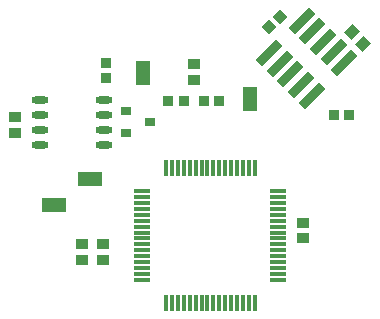
<source format=gbr>
%TF.GenerationSoftware,Altium Limited,Altium Designer,18.1.9 (240)*%
G04 Layer_Color=8421504*
%FSLAX26Y26*%
%MOIN*%
%TF.FileFunction,Paste,Top*%
%TF.Part,Single*%
G01*
G75*
%TA.AperFunction,SMDPad,CuDef*%
G04:AMPARAMS|DCode=10|XSize=37.402mil|YSize=33.465mil|CornerRadius=0mil|HoleSize=0mil|Usage=FLASHONLY|Rotation=135.000|XOffset=0mil|YOffset=0mil|HoleType=Round|Shape=Rectangle|*
%AMROTATEDRECTD10*
4,1,4,0.025055,-0.001392,0.001392,-0.025055,-0.025055,0.001392,-0.001392,0.025055,0.025055,-0.001392,0.0*
%
%ADD10ROTATEDRECTD10*%

%TA.AperFunction,ConnectorPad*%
G04:AMPARAMS|DCode=11|XSize=39.37mil|YSize=35.433mil|CornerRadius=0mil|HoleSize=0mil|Usage=FLASHONLY|Rotation=45.000|XOffset=0mil|YOffset=0mil|HoleType=Round|Shape=Rectangle|*
%AMROTATEDRECTD11*
4,1,4,-0.001392,-0.026447,-0.026447,-0.001392,0.001392,0.026447,0.026447,0.001392,-0.001392,-0.026447,0.0*
%
%ADD11ROTATEDRECTD11*%

%TA.AperFunction,SMDPad,CuDef*%
%ADD12R,0.033465X0.037402*%
%ADD13R,0.045276X0.080709*%
G04:AMPARAMS|DCode=14|XSize=29.921mil|YSize=94.488mil|CornerRadius=0mil|HoleSize=0mil|Usage=FLASHONLY|Rotation=135.000|XOffset=0mil|YOffset=0mil|HoleType=Round|Shape=Rectangle|*
%AMROTATEDRECTD14*
4,1,4,0.043985,0.022828,-0.022828,-0.043985,-0.043985,-0.022828,0.022828,0.043985,0.043985,0.022828,0.0*
%
%ADD14ROTATEDRECTD14*%

%ADD15R,0.039370X0.035433*%
%ADD16R,0.011811X0.053150*%
%ADD17R,0.053150X0.011811*%
%ADD18R,0.080709X0.045276*%
%ADD19R,0.035433X0.031496*%
%ADD20R,0.037402X0.033465*%
%ADD21O,0.057087X0.023622*%
D10*
X958083Y1748717D02*
D03*
X921892Y1712527D02*
D03*
D11*
X1197744Y1695957D02*
D03*
X1235327Y1658374D02*
D03*
D12*
X1188976Y1419370D02*
D03*
X1137795D02*
D03*
X703346Y1466417D02*
D03*
X754528D02*
D03*
X585069D02*
D03*
X636250D02*
D03*
D13*
X858268Y1472441D02*
D03*
X500000Y1559055D02*
D03*
D14*
X1171283Y1593811D02*
D03*
X1062712Y1485240D02*
D03*
X1135928Y1629167D02*
D03*
X1027356Y1520595D02*
D03*
X1100573Y1664522D02*
D03*
X992001Y1555950D02*
D03*
X1065217Y1699877D02*
D03*
X956646Y1591306D02*
D03*
X1029862Y1735233D02*
D03*
X921290Y1626661D02*
D03*
D15*
X669291Y1591585D02*
D03*
Y1538435D02*
D03*
X368378Y937992D02*
D03*
Y991142D02*
D03*
X297345Y937992D02*
D03*
Y991142D02*
D03*
X1035433Y1009124D02*
D03*
Y1062274D02*
D03*
X73937Y1414537D02*
D03*
Y1361388D02*
D03*
D16*
X577741Y1245344D02*
D03*
X597426D02*
D03*
X617111D02*
D03*
X636796D02*
D03*
X656481D02*
D03*
X676166D02*
D03*
X695851D02*
D03*
X715536D02*
D03*
X735221D02*
D03*
X754906D02*
D03*
X774591D02*
D03*
X794276D02*
D03*
X813961D02*
D03*
X833646D02*
D03*
X853331D02*
D03*
X873016D02*
D03*
Y792589D02*
D03*
X853331D02*
D03*
X833646D02*
D03*
X813961D02*
D03*
X794276D02*
D03*
X774591D02*
D03*
X754906D02*
D03*
X735221D02*
D03*
X715536D02*
D03*
X695851D02*
D03*
X676166D02*
D03*
X656481D02*
D03*
X636796D02*
D03*
X617111D02*
D03*
X597426D02*
D03*
X577741D02*
D03*
D17*
X951756Y1166604D02*
D03*
Y1146919D02*
D03*
Y1127234D02*
D03*
Y1107549D02*
D03*
Y1087864D02*
D03*
Y1068179D02*
D03*
Y1048494D02*
D03*
Y1028809D02*
D03*
Y1009124D02*
D03*
Y989439D02*
D03*
Y969754D02*
D03*
Y950069D02*
D03*
Y930384D02*
D03*
Y910699D02*
D03*
Y891014D02*
D03*
Y871329D02*
D03*
X499000D02*
D03*
Y891014D02*
D03*
Y910699D02*
D03*
Y930384D02*
D03*
Y950069D02*
D03*
Y969754D02*
D03*
Y989439D02*
D03*
Y1009124D02*
D03*
Y1028809D02*
D03*
Y1048494D02*
D03*
Y1068179D02*
D03*
Y1087864D02*
D03*
Y1107549D02*
D03*
Y1127234D02*
D03*
Y1146919D02*
D03*
Y1166604D02*
D03*
D18*
X322835Y1208661D02*
D03*
X204724Y1122047D02*
D03*
D19*
X443937Y1434341D02*
D03*
Y1359537D02*
D03*
X522677Y1396939D02*
D03*
D20*
X378937Y1543356D02*
D03*
Y1594537D02*
D03*
D21*
X157352Y1469537D02*
D03*
Y1419537D02*
D03*
Y1369537D02*
D03*
Y1319537D02*
D03*
X371919Y1469537D02*
D03*
Y1419537D02*
D03*
Y1369537D02*
D03*
Y1319537D02*
D03*
%TF.MD5,5eb4fa728a0d4e76e6537d8de6f42a4d*%
M02*

</source>
